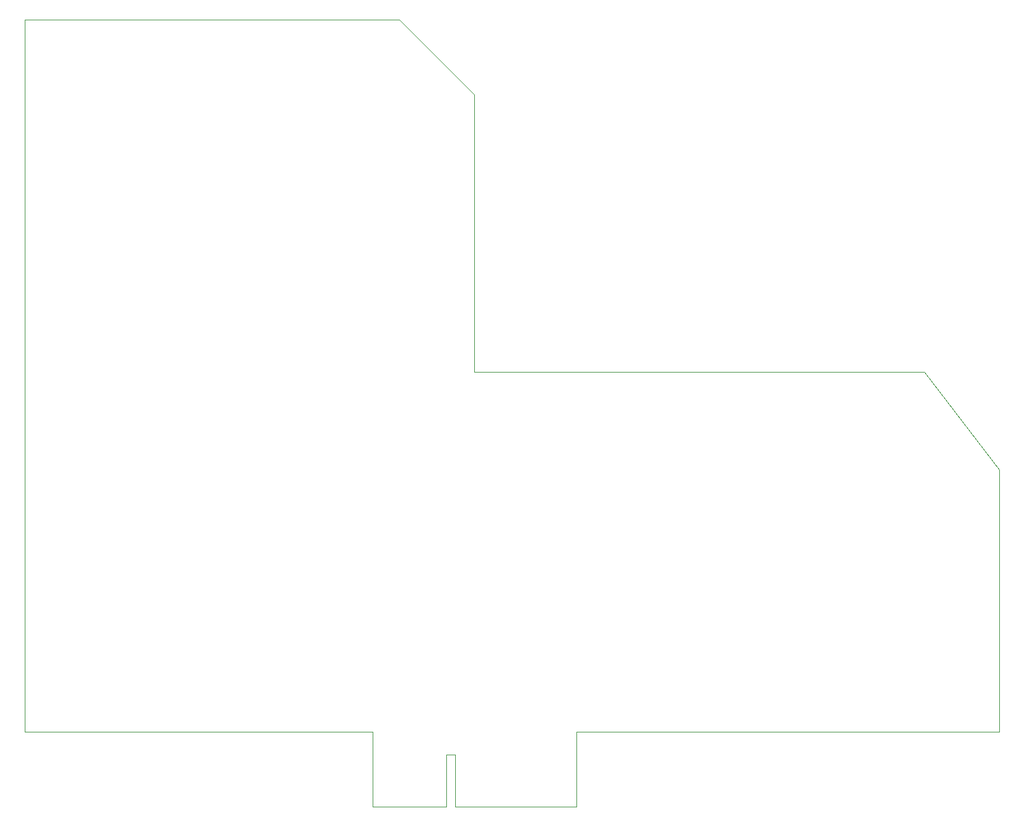
<source format=gbr>
G04 #@! TF.GenerationSoftware,KiCad,Pcbnew,(6.0.11-0)*
G04 #@! TF.CreationDate,2023-08-08T16:04:35+02:00*
G04 #@! TF.ProjectId,vm101-inout,766d3130-312d-4696-9e6f-75742e6b6963,rev?*
G04 #@! TF.SameCoordinates,Original*
G04 #@! TF.FileFunction,Profile,NP*
%FSLAX46Y46*%
G04 Gerber Fmt 4.6, Leading zero omitted, Abs format (unit mm)*
G04 Created by KiCad (PCBNEW (6.0.11-0)) date 2023-08-08 16:04:35*
%MOMM*%
%LPD*%
G01*
G04 APERTURE LIST*
G04 #@! TA.AperFunction,Profile*
%ADD10C,0.050000*%
G04 #@! TD*
G04 #@! TA.AperFunction,Profile*
%ADD11C,0.120000*%
G04 #@! TD*
G04 APERTURE END LIST*
D10*
X110000000Y-52000000D02*
X110000000Y-30000000D01*
X124000000Y-100000000D02*
X170000000Y-100000000D01*
X96000000Y-100000000D02*
X50000000Y-100000000D01*
X50000000Y-5000000D02*
X95000000Y-5000000D01*
X100000000Y-5000000D02*
X95000000Y-5000000D01*
X50000000Y-5000000D02*
X50000000Y-10000000D01*
X180000000Y-65000000D02*
X170000000Y-52000000D01*
X110000000Y-30000000D02*
X110000000Y-15000000D01*
X110000000Y-15000000D02*
X100000000Y-5000000D01*
X180000000Y-100000000D02*
X180000000Y-65000000D01*
X50000000Y-10000000D02*
X50000000Y-100000000D01*
X170000000Y-100000000D02*
X180000000Y-100000000D01*
X170000000Y-52000000D02*
X110000000Y-52000000D01*
D11*
X96425000Y-110000000D02*
X106215000Y-110000000D01*
X106215000Y-103000000D02*
X107455000Y-103000000D01*
X96425000Y-110000000D02*
X96425000Y-100000000D01*
X124000000Y-100000000D02*
X123575000Y-100000000D01*
X107455000Y-110000000D02*
X123575000Y-110000000D01*
X107455000Y-110000000D02*
X107455000Y-103000000D01*
X106215000Y-110000000D02*
X106215000Y-103000000D01*
X123575000Y-110000000D02*
X123575000Y-100000000D01*
X96000000Y-100000000D02*
X96425000Y-100000000D01*
M02*

</source>
